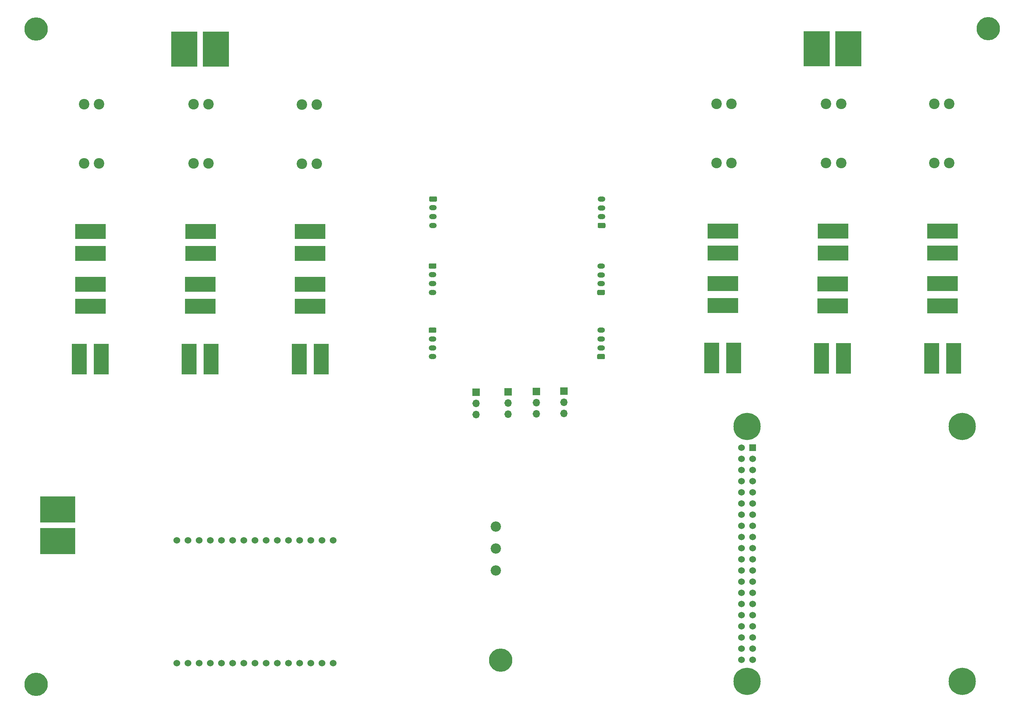
<source format=gbr>
G04 #@! TF.GenerationSoftware,KiCad,Pcbnew,(5.1.10)-1*
G04 #@! TF.CreationDate,2022-11-16T20:30:32+05:30*
G04 #@! TF.ProjectId,2023 control pcb,32303233-2063-46f6-9e74-726f6c207063,rev?*
G04 #@! TF.SameCoordinates,Original*
G04 #@! TF.FileFunction,Soldermask,Bot*
G04 #@! TF.FilePolarity,Negative*
%FSLAX46Y46*%
G04 Gerber Fmt 4.6, Leading zero omitted, Abs format (unit mm)*
G04 Created by KiCad (PCBNEW (5.1.10)-1) date 2022-11-16 20:30:32*
%MOMM*%
%LPD*%
G01*
G04 APERTURE LIST*
%ADD10C,5.300000*%
%ADD11R,7.000000X3.500000*%
%ADD12R,6.000000X8.000000*%
%ADD13C,2.400000*%
%ADD14O,1.750000X1.200000*%
%ADD15R,3.500000X7.000000*%
%ADD16O,1.700000X1.700000*%
%ADD17R,1.700000X1.700000*%
%ADD18C,1.524000*%
%ADD19R,8.000000X6.000000*%
%ADD20C,6.200000*%
%ADD21R,1.524000X1.524000*%
%ADD22C,2.340000*%
G04 APERTURE END LIST*
D10*
G04 #@! TO.C,H4*
X216110000Y-185050000D03*
G04 #@! TD*
D11*
G04 #@! TO.C,J27*
X316640000Y-87450000D03*
X316640000Y-92450000D03*
G04 #@! TD*
D10*
G04 #@! TO.C,H1*
X110490000Y-41529000D03*
G04 #@! TD*
G04 #@! TO.C,H3*
X327025000Y-41402000D03*
G04 #@! TD*
G04 #@! TO.C,H5*
X110450000Y-190600000D03*
G04 #@! TD*
D12*
G04 #@! TO.C,J1*
X151400000Y-46060000D03*
X144200000Y-46060000D03*
G04 #@! TD*
G04 #@! TO.C,J2*
X295250000Y-45950000D03*
X288050000Y-45950000D03*
G04 #@! TD*
D11*
G04 #@! TO.C,J3*
X122790000Y-87570000D03*
X122790000Y-92570000D03*
G04 #@! TD*
G04 #@! TO.C,J4*
X122790000Y-104570000D03*
X122790000Y-99570000D03*
G04 #@! TD*
G04 #@! TO.C,J5*
X266650000Y-87450000D03*
X266650000Y-92450000D03*
G04 #@! TD*
G04 #@! TO.C,J6*
X266650000Y-104430000D03*
X266650000Y-99430000D03*
G04 #@! TD*
D13*
G04 #@! TO.C,J7*
X124790000Y-72070000D03*
X121390000Y-72070000D03*
X121390000Y-58600000D03*
X124790000Y-58600000D03*
G04 #@! TD*
G04 #@! TO.C,J8*
X268650000Y-71970000D03*
X265250000Y-71970000D03*
X265250000Y-58500000D03*
X268650000Y-58500000D03*
G04 #@! TD*
G04 #@! TO.C,J9*
G36*
G01*
X200134999Y-79570000D02*
X201385001Y-79570000D01*
G75*
G02*
X201635000Y-79819999I0J-249999D01*
G01*
X201635000Y-80520001D01*
G75*
G02*
X201385001Y-80770000I-249999J0D01*
G01*
X200134999Y-80770000D01*
G75*
G02*
X199885000Y-80520001I0J249999D01*
G01*
X199885000Y-79819999D01*
G75*
G02*
X200134999Y-79570000I249999J0D01*
G01*
G37*
D14*
X200760000Y-82170000D03*
X200760000Y-84170000D03*
X200760000Y-86170000D03*
G04 #@! TD*
G04 #@! TO.C,J10*
X200640000Y-101400000D03*
X200640000Y-99400000D03*
X200640000Y-97400000D03*
G36*
G01*
X200014999Y-94800000D02*
X201265001Y-94800000D01*
G75*
G02*
X201515000Y-95049999I0J-249999D01*
G01*
X201515000Y-95750001D01*
G75*
G02*
X201265001Y-96000000I-249999J0D01*
G01*
X200014999Y-96000000D01*
G75*
G02*
X199765000Y-95750001I0J249999D01*
G01*
X199765000Y-95049999D01*
G75*
G02*
X200014999Y-94800000I249999J0D01*
G01*
G37*
G04 #@! TD*
G04 #@! TO.C,J11*
G36*
G01*
X200004999Y-109420000D02*
X201255001Y-109420000D01*
G75*
G02*
X201505000Y-109669999I0J-249999D01*
G01*
X201505000Y-110370001D01*
G75*
G02*
X201255001Y-110620000I-249999J0D01*
G01*
X200004999Y-110620000D01*
G75*
G02*
X199755000Y-110370001I0J249999D01*
G01*
X199755000Y-109669999D01*
G75*
G02*
X200004999Y-109420000I249999J0D01*
G01*
G37*
X200630000Y-112020000D03*
X200630000Y-114020000D03*
X200630000Y-116020000D03*
G04 #@! TD*
D15*
G04 #@! TO.C,J12*
X125290000Y-116590000D03*
X120290000Y-116590000D03*
G04 #@! TD*
G04 #@! TO.C,J13*
X269150000Y-116360000D03*
X264150000Y-116360000D03*
G04 #@! TD*
D11*
G04 #@! TO.C,J14*
X147890000Y-92570000D03*
X147890000Y-87570000D03*
G04 #@! TD*
G04 #@! TO.C,J15*
X147780000Y-99560000D03*
X147780000Y-104560000D03*
G04 #@! TD*
G04 #@! TO.C,J16*
X291730000Y-92450000D03*
X291730000Y-87450000D03*
G04 #@! TD*
G04 #@! TO.C,J17*
X291650000Y-104460000D03*
X291650000Y-99460000D03*
G04 #@! TD*
D13*
G04 #@! TO.C,J18*
X149680000Y-72070000D03*
X146280000Y-72070000D03*
X146280000Y-58600000D03*
X149680000Y-58600000D03*
G04 #@! TD*
G04 #@! TO.C,J19*
X293560000Y-58480000D03*
X290160000Y-58480000D03*
X290160000Y-71950000D03*
X293560000Y-71950000D03*
G04 #@! TD*
D15*
G04 #@! TO.C,J20*
X150290000Y-116570000D03*
X145290000Y-116570000D03*
G04 #@! TD*
G04 #@! TO.C,J21*
X289140000Y-116440000D03*
X294140000Y-116440000D03*
G04 #@! TD*
D14*
G04 #@! TO.C,J22*
X239090000Y-80190000D03*
X239090000Y-82190000D03*
X239090000Y-84190000D03*
G36*
G01*
X239715001Y-86790000D02*
X238464999Y-86790000D01*
G75*
G02*
X238215000Y-86540001I0J249999D01*
G01*
X238215000Y-85839999D01*
G75*
G02*
X238464999Y-85590000I249999J0D01*
G01*
X239715001Y-85590000D01*
G75*
G02*
X239965000Y-85839999I0J-249999D01*
G01*
X239965000Y-86540001D01*
G75*
G02*
X239715001Y-86790000I-249999J0D01*
G01*
G37*
G04 #@! TD*
G04 #@! TO.C,J23*
G36*
G01*
X239595001Y-102030000D02*
X238344999Y-102030000D01*
G75*
G02*
X238095000Y-101780001I0J249999D01*
G01*
X238095000Y-101079999D01*
G75*
G02*
X238344999Y-100830000I249999J0D01*
G01*
X239595001Y-100830000D01*
G75*
G02*
X239845000Y-101079999I0J-249999D01*
G01*
X239845000Y-101780001D01*
G75*
G02*
X239595001Y-102030000I-249999J0D01*
G01*
G37*
X238970000Y-99430000D03*
X238970000Y-97430000D03*
X238970000Y-95430000D03*
G04 #@! TD*
G04 #@! TO.C,J24*
X238970000Y-110030000D03*
X238970000Y-112030000D03*
X238970000Y-114030000D03*
G36*
G01*
X239595001Y-116630000D02*
X238344999Y-116630000D01*
G75*
G02*
X238095000Y-116380001I0J249999D01*
G01*
X238095000Y-115679999D01*
G75*
G02*
X238344999Y-115430000I249999J0D01*
G01*
X239595001Y-115430000D01*
G75*
G02*
X239845000Y-115679999I0J-249999D01*
G01*
X239845000Y-116380001D01*
G75*
G02*
X239595001Y-116630000I-249999J0D01*
G01*
G37*
G04 #@! TD*
D11*
G04 #@! TO.C,J25*
X172790000Y-92570000D03*
X172790000Y-87570000D03*
G04 #@! TD*
G04 #@! TO.C,J26*
X172790000Y-104570000D03*
X172790000Y-99570000D03*
G04 #@! TD*
G04 #@! TO.C,J28*
X316650000Y-99450000D03*
X316650000Y-104450000D03*
G04 #@! TD*
D13*
G04 #@! TO.C,J29*
X174300000Y-58650000D03*
X170900000Y-58650000D03*
X170900000Y-72120000D03*
X174300000Y-72120000D03*
G04 #@! TD*
G04 #@! TO.C,J30*
X318150000Y-58530000D03*
X314750000Y-58530000D03*
X314750000Y-72000000D03*
X318150000Y-72000000D03*
G04 #@! TD*
D15*
G04 #@! TO.C,J31*
X175290000Y-116570000D03*
X170290000Y-116570000D03*
G04 #@! TD*
G04 #@! TO.C,J32*
X314140000Y-116450000D03*
X319140000Y-116450000D03*
G04 #@! TD*
D16*
G04 #@! TO.C,J34*
X224250000Y-129030000D03*
X224250000Y-126490000D03*
D17*
X224250000Y-123950000D03*
G04 #@! TD*
G04 #@! TO.C,J35*
X217850000Y-124050000D03*
D16*
X217850000Y-126590000D03*
X217850000Y-129130000D03*
G04 #@! TD*
D17*
G04 #@! TO.C,J36*
X210500000Y-124150000D03*
D16*
X210500000Y-126690000D03*
X210500000Y-129230000D03*
G04 #@! TD*
G04 #@! TO.C,J37*
X230490000Y-128920000D03*
X230490000Y-126380000D03*
D17*
X230490000Y-123840000D03*
G04 #@! TD*
D18*
G04 #@! TO.C,J39*
X142510000Y-185740000D03*
X147590000Y-185740000D03*
X150130000Y-185740000D03*
X152670000Y-185740000D03*
X155210000Y-185740000D03*
X157750000Y-185740000D03*
X160290000Y-185740000D03*
X162830000Y-185740000D03*
X165370000Y-185740000D03*
X167910000Y-185740000D03*
X170450000Y-185740000D03*
X172990000Y-185740000D03*
X175530000Y-185740000D03*
X178070000Y-185740000D03*
X142510000Y-157800000D03*
X145050000Y-157800000D03*
X147590000Y-157800000D03*
X150130000Y-157800000D03*
X152670000Y-157800000D03*
X155210000Y-157800000D03*
X157750000Y-157800000D03*
X160290000Y-157800000D03*
X162830000Y-157800000D03*
X165370000Y-157800000D03*
X167910000Y-157800000D03*
X170450000Y-157800000D03*
X172990000Y-157800000D03*
X175530000Y-157800000D03*
X178070000Y-157800000D03*
X145050000Y-185740000D03*
G04 #@! TD*
D19*
G04 #@! TO.C,J33*
X115350000Y-157990000D03*
X115350000Y-150790000D03*
G04 #@! TD*
D20*
G04 #@! TO.C,J38*
X321150000Y-131900000D03*
X321150000Y-189900000D03*
X272150000Y-189900000D03*
X272150000Y-131900000D03*
D21*
X273420000Y-136770000D03*
D18*
X273420000Y-139310000D03*
X273420000Y-141850000D03*
X273420000Y-144390000D03*
X273420000Y-146930000D03*
X273420000Y-149470000D03*
X270880000Y-136770000D03*
X270880000Y-139310000D03*
X270880000Y-141850000D03*
X270880000Y-144390000D03*
X270880000Y-146930000D03*
X270880000Y-149470000D03*
X273420000Y-152010000D03*
X270880000Y-152010000D03*
X273420000Y-154550000D03*
X273420000Y-157090000D03*
X273420000Y-159630000D03*
X273420000Y-162170000D03*
X273420000Y-164710000D03*
X273420000Y-167250000D03*
X270880000Y-154550000D03*
X270880000Y-157090000D03*
X270880000Y-159630000D03*
X270880000Y-162170000D03*
X270880000Y-164710000D03*
X270880000Y-167250000D03*
X273420000Y-169790000D03*
X270880000Y-169790000D03*
X273420000Y-172330000D03*
X273420000Y-174870000D03*
X273420000Y-177410000D03*
X273420000Y-179950000D03*
X273420000Y-182490000D03*
X273420000Y-185030000D03*
X270880000Y-172330000D03*
X270880000Y-174870000D03*
X270880000Y-177410000D03*
X270880000Y-179950000D03*
X270880000Y-182490000D03*
X270880000Y-185030000D03*
G04 #@! TD*
D22*
G04 #@! TO.C,SW1*
X215000000Y-164710000D03*
X215000000Y-159710000D03*
X215000000Y-154710000D03*
G04 #@! TD*
M02*

</source>
